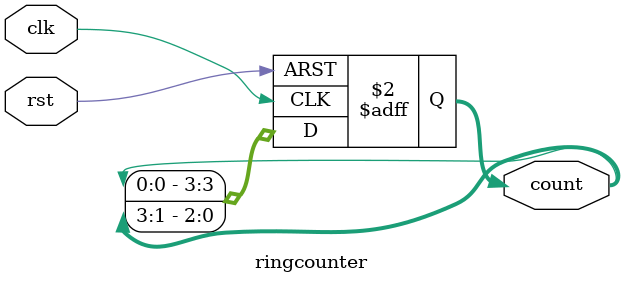
<source format=v>
module ringcounter(clk,rst,count);
	input clk,rst;
	output reg[3:0] count;
	integer i;
	always@(posedge clk or posedge rst) begin
		if(rst) count <= 4'b0001;
		else
			count <= {count[0], count[3:1]};
	end
endmodule

</source>
